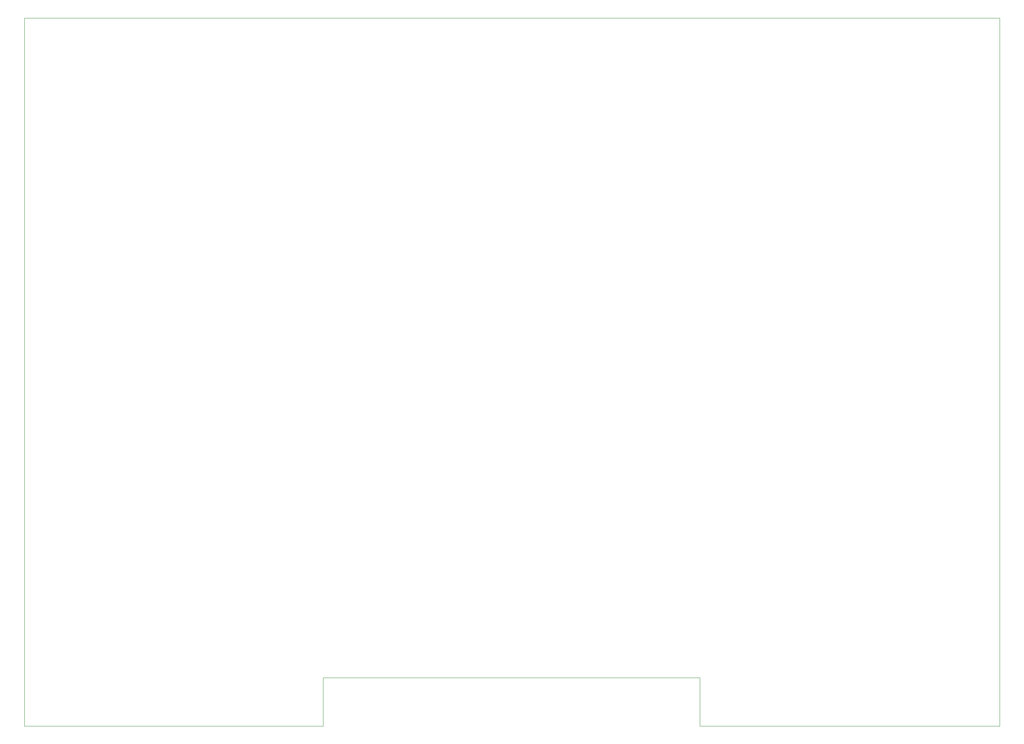
<source format=gbr>
%TF.GenerationSoftware,KiCad,Pcbnew,(5.1.10-1-10_14)*%
%TF.CreationDate,2022-02-02T20:10:15+11:00*%
%TF.ProjectId,Buffer,42756666-6572-42e6-9b69-6361645f7063,rev?*%
%TF.SameCoordinates,Original*%
%TF.FileFunction,Profile,NP*%
%FSLAX46Y46*%
G04 Gerber Fmt 4.6, Leading zero omitted, Abs format (unit mm)*
G04 Created by KiCad (PCBNEW (5.1.10-1-10_14)) date 2022-02-02 20:10:15*
%MOMM*%
%LPD*%
G01*
G04 APERTURE LIST*
%TA.AperFunction,Profile*%
%ADD10C,0.050000*%
%TD*%
G04 APERTURE END LIST*
D10*
X206990000Y-220030000D02*
X274590000Y-220030000D01*
X206990000Y-219930000D02*
X206990000Y-220030000D01*
X206990000Y-209030000D02*
X206990000Y-219930000D01*
X121990000Y-209030000D02*
X206990000Y-209030000D01*
X121990000Y-220030000D02*
X121990000Y-209030000D01*
X54590000Y-220030000D02*
X121990000Y-220030000D01*
X54590000Y-60030000D02*
X54590000Y-220030000D01*
X274590000Y-60030000D02*
X54590000Y-60030000D01*
X274590000Y-220030000D02*
X274590000Y-60030000D01*
M02*

</source>
